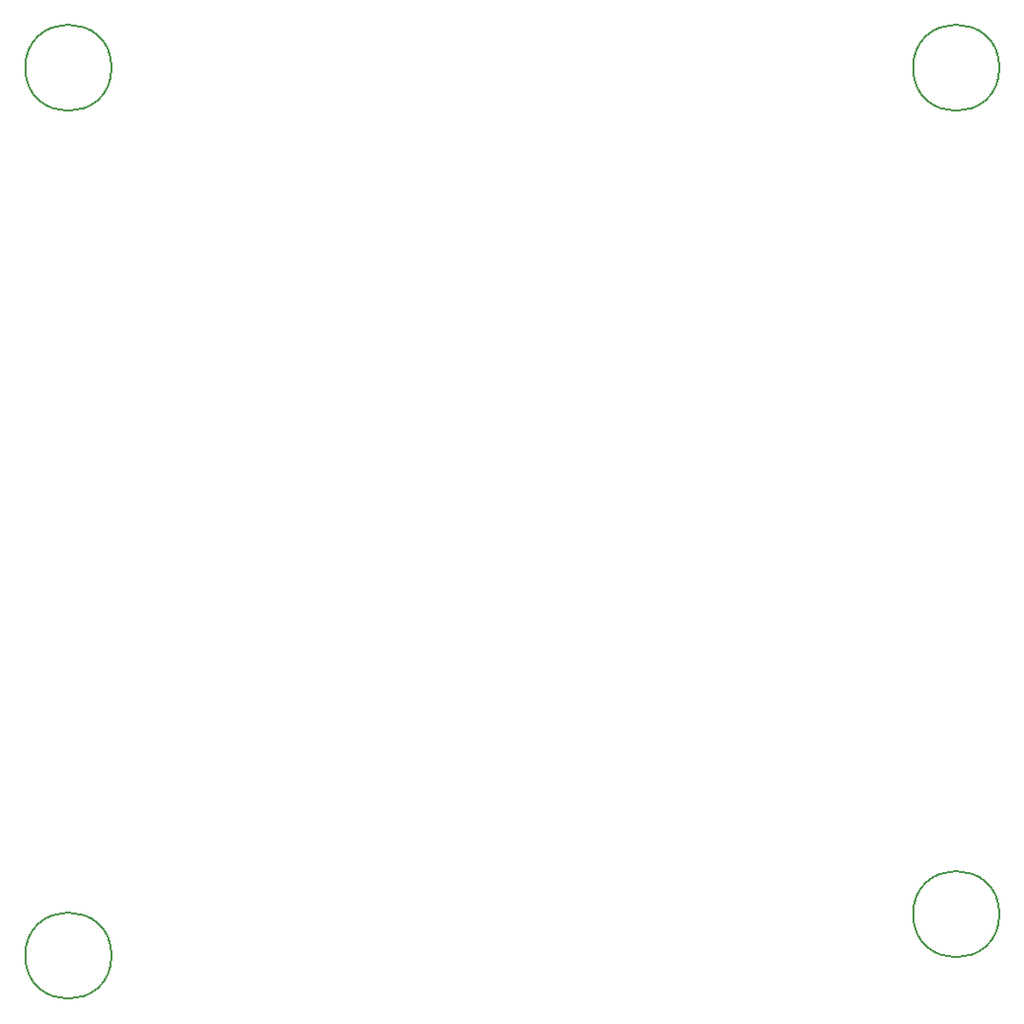
<source format=gbr>
G04 #@! TF.GenerationSoftware,KiCad,Pcbnew,(5.1.5)-3*
G04 #@! TF.CreationDate,2020-01-01T01:04:19-05:00*
G04 #@! TF.ProjectId,Diff_Expansion,44696666-5f45-4787-9061-6e73696f6e2e,v21*
G04 #@! TF.SameCoordinates,Original*
G04 #@! TF.FileFunction,Other,Comment*
%FSLAX46Y46*%
G04 Gerber Fmt 4.6, Leading zero omitted, Abs format (unit mm)*
G04 Created by KiCad (PCBNEW (5.1.5)-3) date 2020-01-01 01:04:19*
%MOMM*%
%LPD*%
G04 APERTURE LIST*
%ADD10C,0.150000*%
G04 APERTURE END LIST*
D10*
X152631000Y-64769800D02*
G75*
G03X152631000Y-64769800I-3700000J0D01*
G01*
X76431000Y-64769800D02*
G75*
G03X76431000Y-64769800I-3700000J0D01*
G01*
X152631000Y-137413800D02*
G75*
G03X152631000Y-137413800I-3700000J0D01*
G01*
X76431000Y-140969800D02*
G75*
G03X76431000Y-140969800I-3700000J0D01*
G01*
M02*

</source>
